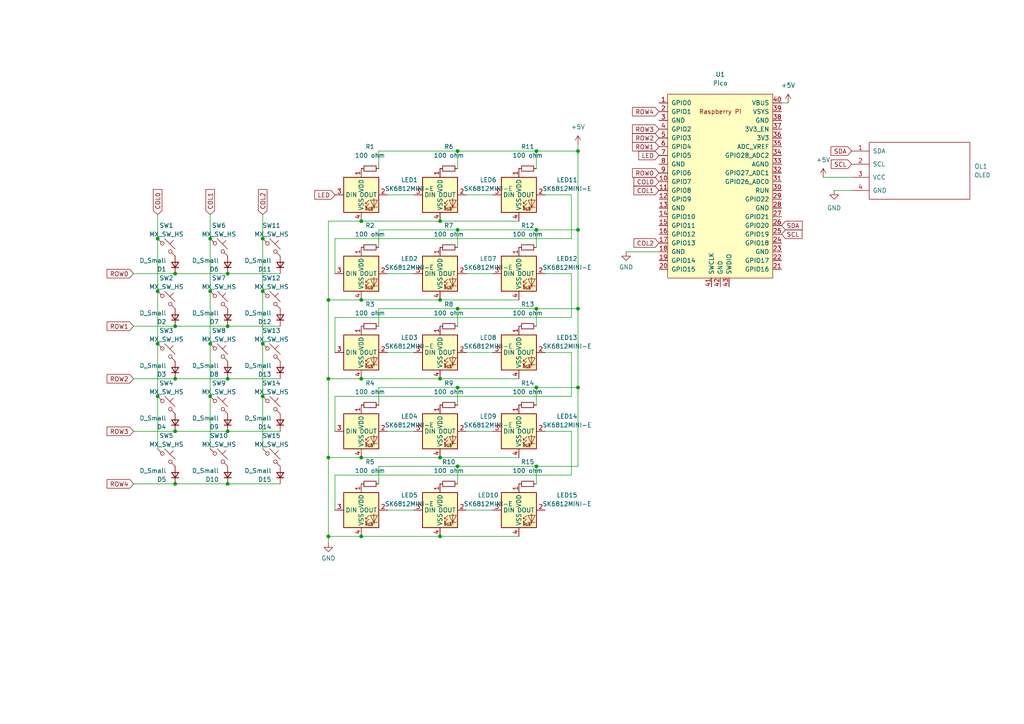
<source format=kicad_sch>
(kicad_sch (version 20211123) (generator eeschema)
  (paper "A4")
  (lib_symbols
    (symbol "Device:D_Small" (pin_numbers hide) (pin_names (offset 0.254) hide)
      (property "Reference" "D" (at -1.27 2.032 0))
      (property "Value" "D_Small" (at -3.81 -2.032 0))
      (symbol "D_Small_0_1"
        (polyline (pts (xy -0.762 -1.016) (xy -0.762 1.016)) (stroke (width 0.254)))
        (polyline (pts (xy -0.762 0) (xy 0.762 0)))
        (polyline (pts (xy 0.762 -1.016) (xy -0.762 0) (xy 0.762 1.016) (xy 0.762 -1.016)) (stroke (width 0.254)))
      )
      (symbol "D_Small_1_1"
        (pin passive line (at -2.54 0 0) (length 1.778) (name "K") (number "1"))
        (pin passive line (at 2.54 0 180) (length 1.778) (name "A") (number "2"))
      )
    )
    (symbol "Device:R_Small" (pin_numbers hide) (pin_names (offset 0.254) hide)
      (property "Reference" "R" (at 0.762 0.508 0))
      (property "Value" "R_Small" (at 0.762 -1.016 0))
      (symbol "R_Small_0_1"
        (rectangle (start -0.762 1.778) (end 0.762 -1.778) (stroke (width 0.2032)))
      )
      (symbol "R_Small_1_1"
        (pin passive line (at 0 2.54 270) (length 0.762) (name "~") (number "1"))
        (pin passive line (at 0 -2.54 90) (length 0.762) (name "~") (number "2"))
      )
    )
    (symbol "MCU_RaspberryPi_and_Boards:Pico" (pin_names (offset 1.016))
      (property "Reference" "U" (at -13.97 27.94 0))
      (property "Value" "Pico" (at 0 19.05 0))
      (symbol "Pico_0_0"
        (text "Raspberry Pi" (at 0 21.59 0) (effects (font (size 1.27 1.27))))
      )
      (symbol "Pico_0_1"
        (rectangle (start -15.24 26.67) (end 15.24 -26.67) (fill (type background)))
      )
      (symbol "Pico_1_1"
        (pin bidirectional line (at -17.78 24.13 0) (length 2.54) (name "GPIO0") (number "1"))
        (pin bidirectional line (at -17.78 1.27 0) (length 2.54) (name "GPIO7") (number "10"))
        (pin bidirectional line (at -17.78 -1.27 0) (length 2.54) (name "GPIO8") (number "11"))
        (pin bidirectional line (at -17.78 -3.81 0) (length 2.54) (name "GPIO9") (number "12"))
        (pin power_in line (at -17.78 -6.35 0) (length 2.54) (name "GND") (number "13"))
        (pin bidirectional line (at -17.78 -8.89 0) (length 2.54) (name "GPIO10") (number "14"))
        (pin bidirectional line (at -17.78 -11.43 0) (length 2.54) (name "GPIO11") (number "15"))
        (pin bidirectional line (at -17.78 -13.97 0) (length 2.54) (name "GPIO12") (number "16"))
        (pin bidirectional line (at -17.78 -16.51 0) (length 2.54) (name "GPIO13") (number "17"))
        (pin power_in line (at -17.78 -19.05 0) (length 2.54) (name "GND") (number "18"))
        (pin bidirectional line (at -17.78 -21.59 0) (length 2.54) (name "GPIO14") (number "19"))
        (pin bidirectional line (at -17.78 21.59 0) (length 2.54) (name "GPIO1") (number "2"))
        (pin bidirectional line (at -17.78 -24.13 0) (length 2.54) (name "GPIO15") (number "20"))
        (pin bidirectional line (at 17.78 -24.13 180) (length 2.54) (name "GPIO16") (number "21"))
        (pin bidirectional line (at 17.78 -21.59 180) (length 2.54) (name "GPIO17") (number "22"))
        (pin power_in line (at 17.78 -19.05 180) (length 2.54) (name "GND") (number "23"))
        (pin bidirectional line (at 17.78 -16.51 180) (length 2.54) (name "GPIO18") (number "24"))
        (pin bidirectional line (at 17.78 -13.97 180) (length 2.54) (name "GPIO19") (number "25"))
        (pin bidirectional line (at 17.78 -11.43 180) (length 2.54) (name "GPIO20") (number "26"))
        (pin bidirectional line (at 17.78 -8.89 180) (length 2.54) (name "GPIO21") (number "27"))
        (pin power_in line (at 17.78 -6.35 180) (length 2.54) (name "GND") (number "28"))
        (pin bidirectional line (at 17.78 -3.81 180) (length 2.54) (name "GPIO22") (number "29"))
        (pin power_in line (at -17.78 19.05 0) (length 2.54) (name "GND") (number "3"))
        (pin input line (at 17.78 -1.27 180) (length 2.54) (name "RUN") (number "30"))
        (pin bidirectional line (at 17.78 1.27 180) (length 2.54) (name "GPIO26_ADC0") (number "31"))
        (pin bidirectional line (at 17.78 3.81 180) (length 2.54) (name "GPIO27_ADC1") (number "32"))
        (pin power_in line (at 17.78 6.35 180) (length 2.54) (name "AGND") (number "33"))
        (pin bidirectional line (at 17.78 8.89 180) (length 2.54) (name "GPIO28_ADC2") (number "34"))
        (pin unspecified line (at 17.78 11.43 180) (length 2.54) (name "ADC_VREF") (number "35"))
        (pin unspecified line (at 17.78 13.97 180) (length 2.54) (name "3V3") (number "36"))
        (pin input line (at 17.78 16.51 180) (length 2.54) (name "3V3_EN") (number "37"))
        (pin bidirectional line (at 17.78 19.05 180) (length 2.54) (name "GND") (number "38"))
        (pin unspecified line (at 17.78 21.59 180) (length 2.54) (name "VSYS") (number "39"))
        (pin bidirectional line (at -17.78 16.51 0) (length 2.54) (name "GPIO2") (number "4"))
        (pin unspecified line (at 17.78 24.13 180) (length 2.54) (name "VBUS") (number "40"))
        (pin input line (at -2.54 -29.21 90) (length 2.54) (name "SWCLK") (number "41"))
        (pin power_in line (at 0 -29.21 90) (length 2.54) (name "GND") (number "42"))
        (pin bidirectional line (at 2.54 -29.21 90) (length 2.54) (name "SWDIO") (number "43"))
        (pin bidirectional line (at -17.78 13.97 0) (length 2.54) (name "GPIO3") (number "5"))
        (pin bidirectional line (at -17.78 11.43 0) (length 2.54) (name "GPIO4") (number "6"))
        (pin bidirectional line (at -17.78 8.89 0) (length 2.54) (name "GPIO5") (number "7"))
        (pin power_in line (at -17.78 6.35 0) (length 2.54) (name "GND") (number "8"))
        (pin bidirectional line (at -17.78 3.81 0) (length 2.54) (name "GPIO6") (number "9"))
      )
    )
    (symbol "kbd:OLED" (pin_names (offset 1.016))
      (property "Reference" "OL" (at 0 2.54 0))
      (property "Value" "OLED" (at 0 -1.27 0))
      (symbol "OLED_0_1"
        (rectangle (start -13.97 8.89) (end 15.24 -7.62))
      )
      (symbol "OLED_1_1"
        (pin bidirectional line (at -19.05 6.35 0) (length 5.08) (name "SDA") (number "1"))
        (pin bidirectional line (at -19.05 2.54 0) (length 5.08) (name "SCL") (number "2"))
        (pin power_in line (at -19.05 -1.27 0) (length 5.08) (name "VCC") (number "3"))
        (pin power_in line (at -19.05 -5.08 0) (length 5.08) (name "GND") (number "4"))
      )
    )
    (symbol "marbastlib-mx:MX_SW_HS" (pin_numbers hide) (pin_names (offset 1.016) hide)
      (property "Reference" "SW" (at 3.048 1.016 0))
      (property "Value" "MX_SW_HS" (at 0 -3.81 0))
      (symbol "MX_SW_HS_0_1"
        (circle (center -1.1684 1.1684) (radius 0.508))
        (polyline (pts (xy -0.508 2.54) (xy 2.54 -0.508)))
        (polyline (pts (xy 1.016 1.016) (xy 2.032 2.032)))
        (polyline (pts (xy -2.54 2.54) (xy -1.524 1.524) (xy -1.524 1.524)))
        (polyline (pts (xy 1.524 -1.524) (xy 2.54 -2.54) (xy 2.54 -2.54) (xy 2.54 -2.54)))
        (circle (center 1.143 -1.1938) (radius 0.508))
        (pin passive line (at -2.54 2.54 0) (length 0) (name "1") (number "1"))
        (pin passive line (at 2.54 -2.54 180) (length 0) (name "2") (number "2"))
      )
    )
    (symbol "marbastlib-various:SK6812MINI-E"
      (property "Reference" "LED" (at 2.54 -6.35 0))
      (property "Value" "SK6812MINI-E" (at 7.62 6.35 0))
      (symbol "SK6812MINI-E_0_0"
        (text "RGB" (at 2.286 -4.191 0) (effects (font (size 0.762 0.762))))
      )
      (symbol "SK6812MINI-E_0_1"
        (polyline (pts (xy 1.27 -3.556) (xy 1.778 -3.556)))
        (polyline (pts (xy 1.27 -2.54) (xy 1.778 -2.54)))
        (polyline (pts (xy 4.699 -3.556) (xy 2.667 -3.556)))
        (polyline (pts (xy 2.286 -2.54) (xy 1.27 -3.556) (xy 1.27 -3.048)))
        (polyline (pts (xy 2.286 -1.524) (xy 1.27 -2.54) (xy 1.27 -2.032)))
        (polyline (pts (xy 3.683 -1.016) (xy 3.683 -3.556) (xy 3.683 -4.064)))
        (polyline (pts (xy 4.699 -1.524) (xy 2.667 -1.524) (xy 3.683 -3.556) (xy 4.699 -1.524)))
        (rectangle (start 5.08 5.08) (end -5.08 -5.08) (stroke (width 0.254)) (fill (type background)))
      )
      (symbol "SK6812MINI-E_1_1"
        (pin power_in line (at 0 7.62 270) (length 2.54) (name "VDD") (number "1"))
        (pin output line (at 7.62 0 180) (length 2.54) (name "DOUT") (number "2"))
        (pin input line (at -7.62 0 0) (length 2.54) (name "DIN") (number "3"))
        (pin power_in line (at 0 -7.62 90) (length 2.54) (name "VSS") (number "4"))
      )
    )
    (symbol "power:+5V" (power) (pin_names (offset 0))
      (property "Value" "+5V" (at 0 3.556 0))
      (symbol "+5V_0_1"
        (polyline (pts (xy -0.762 1.27) (xy 0 2.54)))
        (polyline (pts (xy 0 0) (xy 0 2.54)))
        (polyline (pts (xy 0 2.54) (xy 0.762 1.27)))
      )
      (symbol "+5V_1_1"
        (pin power_in line (at 0 0 90) (length 0) hide (name "+5V") (number "1"))
      )
    )
    (symbol "power:GND" (power) (pin_names (offset 0))
      (property "Value" "GND" (at 0 -3.81 0))
      (symbol "GND_0_1"
        (polyline (pts (xy 0 0) (xy 0 -1.27) (xy 1.27 -1.27) (xy 0 -2.54) (xy -1.27 -1.27) (xy 0 -1.27)))
      )
      (symbol "GND_1_1"
        (pin power_in line (at 0 0 270) (length 0) hide (name "GND") (number "1"))
      )
    )
  )
  (junction (at 60.96 99.695))
  (junction (at 50.8 79.375))
  (junction (at 60.96 84.455))
  (junction (at 45.72 114.935))
  (junction (at 76.2 69.215))
  (junction (at 66.04 94.615))
  (junction (at 132.715 43.815))
  (junction (at 167.64 66.675))
  (junction (at 132.715 66.675))
  (junction (at 66.04 125.095))
  (junction (at 95.25 109.855))
  (junction (at 45.72 69.215))
  (junction (at 76.2 99.695))
  (junction (at 155.575 112.395))
  (junction (at 95.25 155.575))
  (junction (at 95.25 86.995))
  (junction (at 45.72 99.695))
  (junction (at 155.575 135.255))
  (junction (at 76.2 114.935))
  (junction (at 66.04 140.335))
  (junction (at 104.775 155.575))
  (junction (at 155.575 66.675))
  (junction (at 50.8 125.095))
  (junction (at 50.8 94.615))
  (junction (at 167.64 89.535))
  (junction (at 95.25 132.715))
  (junction (at 167.64 43.815))
  (junction (at 104.775 86.995))
  (junction (at 66.04 109.855))
  (junction (at 66.04 79.375))
  (junction (at 60.96 69.215))
  (junction (at 132.715 112.395))
  (junction (at 50.8 109.855))
  (junction (at 76.2 84.455))
  (junction (at 104.775 64.135))
  (junction (at 127.635 109.855))
  (junction (at 104.775 132.715))
  (junction (at 60.96 114.935))
  (junction (at 155.575 89.535))
  (junction (at 132.715 135.255))
  (junction (at 127.635 86.995))
  (junction (at 104.775 109.855))
  (junction (at 127.635 64.135))
  (junction (at 127.635 132.715))
  (junction (at 167.64 112.395))
  (junction (at 45.72 84.455))
  (junction (at 155.575 43.815))
  (junction (at 132.715 89.535))
  (junction (at 50.8 140.335))
  (junction (at 127.635 155.575))
  (wire (pts (xy 135.255 102.235) (xy 142.875 102.235)))
  (wire (pts (xy 97.155 69.215) (xy 97.155 79.375)))
  (wire (pts (xy 109.855 135.255) (xy 109.855 140.335)))
  (wire (pts (xy 76.2 62.23) (xy 76.2 69.215)))
  (wire (pts (xy 155.575 135.255) (xy 132.715 135.255)))
  (wire (pts (xy 45.72 84.455) (xy 45.72 99.695)))
  (wire (pts (xy 60.96 99.695) (xy 60.96 114.935)))
  (wire (pts (xy 165.735 92.075) (xy 97.155 92.075)))
  (wire (pts (xy 112.395 125.095) (xy 120.015 125.095)))
  (wire (pts (xy 150.495 132.715) (xy 127.635 132.715)))
  (wire (pts (xy 97.155 137.795) (xy 165.735 137.795)))
  (wire (pts (xy 95.25 132.715) (xy 95.25 155.575)))
  (wire (pts (xy 181.61 73.025) (xy 191.135 73.025)))
  (wire (pts (xy 165.735 125.095) (xy 165.735 137.795)))
  (wire (pts (xy 155.575 112.395) (xy 155.575 117.475)))
  (wire (pts (xy 165.735 69.215) (xy 97.155 69.215)))
  (wire (pts (xy 127.635 132.715) (xy 104.775 132.715)))
  (wire (pts (xy 38.735 79.375) (xy 50.8 79.375)))
  (wire (pts (xy 132.715 135.255) (xy 109.855 135.255)))
  (wire (pts (xy 155.575 89.535) (xy 155.575 94.615)))
  (wire (pts (xy 155.575 66.675) (xy 155.575 71.755)))
  (wire (pts (xy 132.715 112.395) (xy 132.715 117.475)))
  (wire (pts (xy 109.855 66.675) (xy 109.855 71.755)))
  (wire (pts (xy 45.72 99.695) (xy 45.72 114.935)))
  (wire (pts (xy 155.575 66.675) (xy 167.64 66.675)))
  (wire (pts (xy 238.76 51.435) (xy 247.015 51.435)))
  (wire (pts (xy 127.635 109.855) (xy 150.495 109.855)))
  (wire (pts (xy 167.64 41.91) (xy 167.64 43.815)))
  (wire (pts (xy 60.96 69.215) (xy 60.96 84.455)))
  (wire (pts (xy 60.96 84.455) (xy 60.96 99.695)))
  (wire (pts (xy 155.575 43.815) (xy 167.64 43.815)))
  (wire (pts (xy 66.04 125.095) (xy 81.28 125.095)))
  (wire (pts (xy 127.635 64.135) (xy 150.495 64.135)))
  (wire (pts (xy 66.04 109.855) (xy 81.28 109.855)))
  (wire (pts (xy 109.855 112.395) (xy 132.715 112.395)))
  (wire (pts (xy 104.775 64.135) (xy 127.635 64.135)))
  (wire (pts (xy 158.115 125.095) (xy 165.735 125.095)))
  (wire (pts (xy 167.64 89.535) (xy 167.64 112.395)))
  (wire (pts (xy 132.715 135.255) (xy 132.715 140.335)))
  (wire (pts (xy 155.575 135.255) (xy 155.575 140.335)))
  (wire (pts (xy 135.255 147.955) (xy 142.875 147.955)))
  (wire (pts (xy 109.855 43.815) (xy 132.715 43.815)))
  (wire (pts (xy 165.735 79.375) (xy 165.735 92.075)))
  (wire (pts (xy 76.2 99.695) (xy 76.2 114.935)))
  (wire (pts (xy 104.775 155.575) (xy 127.635 155.575)))
  (wire (pts (xy 167.64 112.395) (xy 167.64 135.255)))
  (wire (pts (xy 109.855 43.815) (xy 109.855 48.895)))
  (wire (pts (xy 109.855 112.395) (xy 109.855 117.475)))
  (wire (pts (xy 158.115 102.235) (xy 165.735 102.235)))
  (wire (pts (xy 76.2 114.935) (xy 76.2 130.175)))
  (wire (pts (xy 60.96 114.935) (xy 60.96 130.175)))
  (wire (pts (xy 132.715 43.815) (xy 132.715 48.895)))
  (wire (pts (xy 95.25 109.855) (xy 95.25 132.715)))
  (wire (pts (xy 165.735 102.235) (xy 165.735 114.935)))
  (wire (pts (xy 97.155 125.095) (xy 97.155 114.935)))
  (wire (pts (xy 132.715 66.675) (xy 132.715 71.755)))
  (wire (pts (xy 158.115 79.375) (xy 165.735 79.375)))
  (wire (pts (xy 155.575 43.815) (xy 155.575 48.895)))
  (wire (pts (xy 38.735 140.335) (xy 50.8 140.335)))
  (wire (pts (xy 155.575 112.395) (xy 167.64 112.395)))
  (wire (pts (xy 112.395 102.235) (xy 120.015 102.235)))
  (wire (pts (xy 104.775 86.995) (xy 127.635 86.995)))
  (wire (pts (xy 60.96 62.23) (xy 60.96 69.215)))
  (wire (pts (xy 45.72 69.215) (xy 45.72 84.455)))
  (wire (pts (xy 109.855 66.675) (xy 132.715 66.675)))
  (wire (pts (xy 127.635 86.995) (xy 150.495 86.995)))
  (wire (pts (xy 95.25 109.855) (xy 104.775 109.855)))
  (wire (pts (xy 167.64 43.815) (xy 167.64 66.675)))
  (wire (pts (xy 132.715 43.815) (xy 155.575 43.815)))
  (wire (pts (xy 38.735 109.855) (xy 50.8 109.855)))
  (wire (pts (xy 132.715 112.395) (xy 155.575 112.395)))
  (wire (pts (xy 50.8 140.335) (xy 66.04 140.335)))
  (wire (pts (xy 132.715 66.675) (xy 155.575 66.675)))
  (wire (pts (xy 135.255 79.375) (xy 142.875 79.375)))
  (wire (pts (xy 109.855 89.535) (xy 109.855 94.615)))
  (wire (pts (xy 50.8 109.855) (xy 66.04 109.855)))
  (wire (pts (xy 112.395 79.375) (xy 120.015 79.375)))
  (wire (pts (xy 127.635 155.575) (xy 150.495 155.575)))
  (wire (pts (xy 165.735 56.515) (xy 165.735 69.215)))
  (wire (pts (xy 66.04 140.335) (xy 81.28 140.335)))
  (wire (pts (xy 112.395 56.515) (xy 120.015 56.515)))
  (wire (pts (xy 66.04 94.615) (xy 81.28 94.615)))
  (wire (pts (xy 132.715 89.535) (xy 132.715 94.615)))
  (wire (pts (xy 226.695 29.845) (xy 228.6 29.845)))
  (wire (pts (xy 45.72 114.935) (xy 45.72 130.175)))
  (wire (pts (xy 38.735 94.615) (xy 50.8 94.615)))
  (wire (pts (xy 95.25 155.575) (xy 104.775 155.575)))
  (wire (pts (xy 112.395 147.955) (xy 120.015 147.955)))
  (wire (pts (xy 50.8 125.095) (xy 66.04 125.095)))
  (wire (pts (xy 95.25 86.995) (xy 95.25 64.135)))
  (wire (pts (xy 167.64 135.255) (xy 155.575 135.255)))
  (wire (pts (xy 155.575 89.535) (xy 167.64 89.535)))
  (wire (pts (xy 50.8 94.615) (xy 66.04 94.615)))
  (wire (pts (xy 76.2 69.215) (xy 76.2 84.455)))
  (wire (pts (xy 135.255 125.095) (xy 142.875 125.095)))
  (wire (pts (xy 97.155 114.935) (xy 165.735 114.935)))
  (wire (pts (xy 76.2 84.455) (xy 76.2 99.695)))
  (wire (pts (xy 95.25 64.135) (xy 104.775 64.135)))
  (wire (pts (xy 158.115 56.515) (xy 165.735 56.515)))
  (wire (pts (xy 50.8 79.375) (xy 66.04 79.375)))
  (wire (pts (xy 167.64 66.675) (xy 167.64 89.535)))
  (wire (pts (xy 104.775 109.855) (xy 127.635 109.855)))
  (wire (pts (xy 132.715 89.535) (xy 109.855 89.535)))
  (wire (pts (xy 45.72 62.23) (xy 45.72 69.215)))
  (wire (pts (xy 104.775 132.715) (xy 95.25 132.715)))
  (wire (pts (xy 155.575 89.535) (xy 132.715 89.535)))
  (wire (pts (xy 95.25 86.995) (xy 104.775 86.995)))
  (wire (pts (xy 241.935 55.245) (xy 247.015 55.245)))
  (wire (pts (xy 95.25 155.575) (xy 95.25 157.48)))
  (wire (pts (xy 66.04 79.375) (xy 81.28 79.375)))
  (wire (pts (xy 97.155 92.075) (xy 97.155 102.235)))
  (wire (pts (xy 135.255 56.515) (xy 142.875 56.515)))
  (wire (pts (xy 97.155 147.955) (xy 97.155 137.795)))
  (wire (pts (xy 95.25 109.855) (xy 95.25 86.995)))
  (wire (pts (xy 38.735 125.095) (xy 50.8 125.095)))
  (global_label "ROW1" (shape input) (at 38.735 94.615 180) (property "Intersheet References" "${INTERSHEET_REFS}" (effects hide)))
  (global_label "ROW4" (shape input) (at 191.135 32.385 180) (property "Intersheet References" "${INTERSHEET_REFS}" (effects hide)))
  (global_label "COL1" (shape input) (at 191.135 55.245 180) (property "Intersheet References" "${INTERSHEET_REFS}" (effects hide)))
  (global_label "ROW0" (shape input) (at 38.735 79.375 180) (property "Intersheet References" "${INTERSHEET_REFS}" (effects hide)))
  (global_label "COL1" (shape input) (at 60.96 62.23 90) (property "Intersheet References" "${INTERSHEET_REFS}" (effects hide)))
  (global_label "LED" (shape input) (at 97.155 56.515 180) (property "Intersheet References" "${INTERSHEET_REFS}" (effects hide)))
  (global_label "SCL" (shape input) (at 226.695 67.945 0) (property "Intersheet References" "${INTERSHEET_REFS}" (effects hide)))
  (global_label "SDA" (shape input) (at 226.695 65.405 0) (property "Intersheet References" "${INTERSHEET_REFS}" (effects hide)))
  (global_label "ROW3" (shape input) (at 191.135 37.465 180) (property "Intersheet References" "${INTERSHEET_REFS}" (effects hide)))
  (global_label "COL2" (shape input) (at 191.135 70.485 180) (property "Intersheet References" "${INTERSHEET_REFS}" (effects hide)))
  (global_label "SCL" (shape input) (at 247.015 47.625 180) (property "Intersheet References" "${INTERSHEET_REFS}" (effects hide)))
  (global_label "COL0" (shape input) (at 45.72 62.23 90) (property "Intersheet References" "${INTERSHEET_REFS}" (effects hide)))
  (global_label "SDA" (shape input) (at 247.015 43.815 180) (property "Intersheet References" "${INTERSHEET_REFS}" (effects hide)))
  (global_label "ROW4" (shape input) (at 38.735 140.335 180) (property "Intersheet References" "${INTERSHEET_REFS}" (effects hide)))
  (global_label "ROW2" (shape input) (at 191.135 40.005 180) (property "Intersheet References" "${INTERSHEET_REFS}" (effects hide)))
  (global_label "ROW2" (shape input) (at 38.735 109.855 180) (property "Intersheet References" "${INTERSHEET_REFS}" (effects hide)))
  (global_label "LED" (shape input) (at 191.135 45.085 180) (property "Intersheet References" "${INTERSHEET_REFS}" (effects hide)))
  (global_label "COL2" (shape input) (at 76.2 62.23 90) (property "Intersheet References" "${INTERSHEET_REFS}" (effects hide)))
  (global_label "ROW0" (shape input) (at 191.135 50.165 180) (property "Intersheet References" "${INTERSHEET_REFS}" (effects hide)))
  (global_label "ROW1" (shape input) (at 191.135 42.545 180) (property "Intersheet References" "${INTERSHEET_REFS}" (effects hide)))
  (global_label "ROW3" (shape input) (at 38.735 125.095 180) (property "Intersheet References" "${INTERSHEET_REFS}" (effects hide)))
  (global_label "COL0" (shape input) (at 191.135 52.705 180) (property "Intersheet References" "${INTERSHEET_REFS}" (effects hide)))
  (symbol (lib_id "marbastlib-mx:MX_SW_HS") (at 78.74 102.235 0) (unit 1)
    (property "Reference" "SW13" (at 78.74 95.885 0))
    (property "Value" "MX_SW_HS" (at 78.74 98.425 0))
    (property "Footprint" "marbastlib-mx:SW_MX_HS_1u" (effects hide))
  )
  (symbol (lib_id "marbastlib-various:SK6812MINI-E") (at 127.635 125.095 0) (unit 1)
    (property "Reference" "LED9" (at 141.605 120.7643 0))
    (property "Value" "SK6812MINI-E" (at 141.605 123.3043 0))
    (property "Footprint" "marbastlib-various:LED_6028R" (effects hide))
  )
  (symbol (lib_id "marbastlib-mx:MX_SW_HS") (at 63.5 86.995 0) (unit 1)
    (property "Reference" "SW7" (at 63.5 80.645 0))
    (property "Value" "MX_SW_HS" (at 63.5 83.185 0))
    (property "Footprint" "marbastlib-mx:SW_MX_HS_1u" (effects hide))
  )
  (symbol (lib_id "marbastlib-various:SK6812MINI-E") (at 127.635 79.375 0) (unit 1)
    (property "Reference" "LED7" (at 141.605 75.0443 0))
    (property "Value" "SK6812MINI-E" (at 141.605 77.5843 0))
    (property "Footprint" "marbastlib-various:LED_6028R" (effects hide))
  )
  (symbol (lib_id "Device:D_Small") (at 66.04 92.075 90) (unit 1)
    (property "Reference" "D7" (at 63.5 93.3451 90) (effects (justify left)))
    (property "Value" "D_Small" (at 63.5 90.8051 90) (effects (justify left)))
    (property "Footprint" "Diode_SMD:D_SOD-123" (effects hide))
  )
  (symbol (lib_id "marbastlib-mx:MX_SW_HS") (at 63.5 132.715 0) (unit 1)
    (property "Reference" "SW10" (at 63.5 126.365 0))
    (property "Value" "MX_SW_HS" (at 63.5 128.905 0))
    (property "Footprint" "marbastlib-mx:SW_MX_HS_1u" (effects hide))
  )
  (symbol (lib_id "Device:D_Small") (at 81.28 76.835 90) (unit 1)
    (property "Reference" "D11" (at 78.74 78.1051 90) (effects (justify left)))
    (property "Value" "D_Small" (at 78.74 75.5651 90) (effects (justify left)))
    (property "Footprint" "Diode_SMD:D_SOD-123" (effects hide))
  )
  (symbol (lib_id "marbastlib-mx:MX_SW_HS") (at 78.74 132.715 0) (unit 1)
    (property "Reference" "SW15" (at 78.74 126.365 0))
    (property "Value" "MX_SW_HS" (at 78.74 128.905 0))
    (property "Footprint" "marbastlib-mx:SW_MX_HS_1u" (effects hide))
  )
  (symbol (lib_id "marbastlib-various:SK6812MINI-E") (at 150.495 79.375 0) (unit 1)
    (property "Reference" "LED12" (at 164.465 75.0443 0))
    (property "Value" "SK6812MINI-E" (at 164.465 77.5843 0))
    (property "Footprint" "marbastlib-various:LED_6028R" (effects hide))
  )
  (symbol (lib_id "Device:R_Small") (at 107.315 71.755 90) (unit 1)
    (property "Reference" "R2" (at 107.315 65.405 90))
    (property "Value" "100 ohm" (at 107.315 67.945 90))
    (property "Footprint" "Resistor_SMD:R_0805_2012Metric" (effects hide))
  )
  (symbol (lib_id "power:GND") (at 241.935 55.245 0) (unit 1)
    (property "Reference" "#PWR04" (effects hide))
    (property "Value" "GND" (at 241.935 60.325 0))
  )
  (symbol (lib_id "power:+5V") (at 238.76 51.435 0) (unit 1)
    (property "Reference" "#PWR03" (effects hide))
    (property "Value" "+5V" (at 238.76 46.355 0))
  )
  (symbol (lib_id "power:GND") (at 95.25 157.48 0) (unit 1)
    (property "Reference" "#PWR01" (effects hide))
    (property "Value" "GND" (at 95.25 161.925 0))
  )
  (symbol (lib_id "MCU_RaspberryPi_and_Boards:Pico") (at 208.915 53.975 0) (unit 1)
    (property "Reference" "U1" (at 208.915 21.59 0))
    (property "Value" "Pico" (at 208.915 24.13 0))
    (property "Footprint" "MCU_RaspberryPi_and_Boards:RPi_Pico_SMD_TH" (effects hide))
  )
  (symbol (lib_id "marbastlib-various:SK6812MINI-E") (at 127.635 102.235 0) (unit 1)
    (property "Reference" "LED8" (at 141.605 97.9043 0))
    (property "Value" "SK6812MINI-E" (at 141.605 100.4443 0))
    (property "Footprint" "marbastlib-various:LED_6028R" (effects hide))
  )
  (symbol (lib_id "Device:D_Small") (at 81.28 137.795 90) (unit 1)
    (property "Reference" "D15" (at 78.74 139.0651 90) (effects (justify left)))
    (property "Value" "D_Small" (at 78.74 136.5251 90) (effects (justify left)))
    (property "Footprint" "Diode_SMD:D_SOD-123" (effects hide))
  )
  (symbol (lib_id "marbastlib-various:SK6812MINI-E") (at 104.775 147.955 0) (unit 1)
    (property "Reference" "LED5" (at 118.745 143.6243 0))
    (property "Value" "SK6812MINI-E" (at 118.745 146.1643 0))
    (property "Footprint" "marbastlib-various:LED_6028R" (effects hide))
  )
  (symbol (lib_id "Device:D_Small") (at 50.8 107.315 90) (unit 1)
    (property "Reference" "D3" (at 48.26 108.5851 90) (effects (justify left)))
    (property "Value" "D_Small" (at 48.26 106.0451 90) (effects (justify left)))
    (property "Footprint" "Diode_SMD:D_SOD-123" (effects hide))
  )
  (symbol (lib_id "Device:D_Small") (at 50.8 76.835 90) (unit 1)
    (property "Reference" "D1" (at 48.26 78.1051 90) (effects (justify left)))
    (property "Value" "D_Small" (at 48.26 75.5651 90) (effects (justify left)))
    (property "Footprint" "Diode_SMD:D_SOD-123" (effects hide))
  )
  (symbol (lib_id "Device:R_Small") (at 130.175 48.895 90) (unit 1)
    (property "Reference" "R6" (at 130.175 42.545 90))
    (property "Value" "100 ohm" (at 130.175 45.085 90))
    (property "Footprint" "Resistor_SMD:R_0805_2012Metric" (effects hide))
  )
  (symbol (lib_id "marbastlib-mx:MX_SW_HS") (at 48.26 132.715 0) (unit 1)
    (property "Reference" "SW5" (at 48.26 126.365 0))
    (property "Value" "MX_SW_HS" (at 48.26 128.905 0))
    (property "Footprint" "marbastlib-mx:SW_MX_HS_1u" (effects hide))
  )
  (symbol (lib_id "marbastlib-mx:MX_SW_HS") (at 63.5 102.235 0) (unit 1)
    (property "Reference" "SW8" (at 63.5 95.885 0))
    (property "Value" "MX_SW_HS" (at 63.5 98.425 0))
    (property "Footprint" "marbastlib-mx:SW_MX_HS_1u" (effects hide))
  )
  (symbol (lib_id "Device:R_Small") (at 130.175 117.475 90) (unit 1)
    (property "Reference" "R9" (at 130.175 111.125 90))
    (property "Value" "100 ohm" (at 130.175 113.665 90))
    (property "Footprint" "Resistor_SMD:R_0805_2012Metric" (effects hide))
  )
  (symbol (lib_id "Device:R_Small") (at 107.315 140.335 90) (unit 1)
    (property "Reference" "R5" (at 107.315 133.985 90))
    (property "Value" "100 ohm" (at 107.315 136.525 90))
    (property "Footprint" "Resistor_SMD:R_0805_2012Metric" (effects hide))
  )
  (symbol (lib_id "marbastlib-various:SK6812MINI-E") (at 127.635 147.955 0) (unit 1)
    (property "Reference" "LED10" (at 141.605 143.6243 0))
    (property "Value" "SK6812MINI-E" (at 141.605 146.1643 0))
    (property "Footprint" "marbastlib-various:LED_6028R" (effects hide))
  )
  (symbol (lib_id "marbastlib-various:SK6812MINI-E") (at 150.495 102.235 0) (unit 1)
    (property "Reference" "LED13" (at 164.465 97.9043 0))
    (property "Value" "SK6812MINI-E" (at 164.465 100.4443 0))
    (property "Footprint" "marbastlib-various:LED_6028R" (effects hide))
  )
  (symbol (lib_id "Device:R_Small") (at 107.315 48.895 90) (unit 1)
    (property "Reference" "R1" (at 107.315 42.545 90))
    (property "Value" "100 ohm" (at 107.315 45.085 90))
    (property "Footprint" "Resistor_SMD:R_0805_2012Metric" (effects hide))
  )
  (symbol (lib_id "Device:R_Small") (at 153.035 71.755 90) (unit 1)
    (property "Reference" "R12" (at 153.035 65.405 90))
    (property "Value" "100 ohm" (at 153.035 67.945 90))
    (property "Footprint" "Resistor_SMD:R_0805_2012Metric" (effects hide))
  )
  (symbol (lib_id "Device:R_Small") (at 153.035 140.335 90) (unit 1)
    (property "Reference" "R15" (at 153.035 133.985 90))
    (property "Value" "100 ohm" (at 153.035 136.525 90))
    (property "Footprint" "Resistor_SMD:R_0805_2012Metric" (effects hide))
  )
  (symbol (lib_id "marbastlib-mx:MX_SW_HS") (at 78.74 71.755 0) (unit 1)
    (property "Reference" "SW11" (at 78.74 65.405 0))
    (property "Value" "MX_SW_HS" (at 78.74 67.945 0))
    (property "Footprint" "marbastlib-mx:SW_MX_HS_1u" (effects hide))
  )
  (symbol (lib_id "marbastlib-various:SK6812MINI-E") (at 104.775 125.095 0) (unit 1)
    (property "Reference" "LED4" (at 118.745 120.7643 0))
    (property "Value" "SK6812MINI-E" (at 118.745 123.3043 0))
    (property "Footprint" "marbastlib-various:LED_6028R" (effects hide))
  )
  (symbol (lib_id "Device:D_Small") (at 81.28 92.075 90) (unit 1)
    (property "Reference" "D12" (at 78.74 93.3451 90) (effects (justify left)))
    (property "Value" "D_Small" (at 78.74 90.8051 90) (effects (justify left)))
    (property "Footprint" "Diode_SMD:D_SOD-123" (effects hide))
  )
  (symbol (lib_id "Device:R_Small") (at 130.175 140.335 90) (unit 1)
    (property "Reference" "R10" (at 130.175 133.985 90))
    (property "Value" "100 ohm" (at 130.175 136.525 90))
    (property "Footprint" "Resistor_SMD:R_0805_2012Metric" (effects hide))
  )
  (symbol (lib_id "power:GND") (at 181.61 73.025 0) (unit 1)
    (property "Reference" "#PWR0101" (effects hide))
    (property "Value" "GND" (at 181.61 77.47 0))
  )
  (symbol (lib_id "Device:D_Small") (at 66.04 76.835 90) (unit 1)
    (property "Reference" "D6" (at 63.5 78.1051 90) (effects (justify left)))
    (property "Value" "D_Small" (at 63.5 75.5651 90) (effects (justify left)))
    (property "Footprint" "Diode_SMD:D_SOD-123" (effects hide))
  )
  (symbol (lib_id "Device:D_Small") (at 50.8 92.075 90) (unit 1)
    (property "Reference" "D2" (at 48.26 93.3451 90) (effects (justify left)))
    (property "Value" "D_Small" (at 48.26 90.8051 90) (effects (justify left)))
    (property "Footprint" "Diode_SMD:D_SOD-123" (effects hide))
  )
  (symbol (lib_id "marbastlib-various:SK6812MINI-E") (at 150.495 56.515 0) (unit 1)
    (property "Reference" "LED11" (at 164.465 52.1843 0))
    (property "Value" "SK6812MINI-E" (at 164.465 54.7243 0))
    (property "Footprint" "marbastlib-various:LED_6028R" (effects hide))
  )
  (symbol (lib_id "marbastlib-mx:MX_SW_HS") (at 78.74 86.995 0) (unit 1)
    (property "Reference" "SW12" (at 78.74 80.645 0))
    (property "Value" "MX_SW_HS" (at 78.74 83.185 0))
    (property "Footprint" "marbastlib-mx:SW_MX_HS_1u" (effects hide))
  )
  (symbol (lib_id "Device:D_Small") (at 50.8 122.555 90) (unit 1)
    (property "Reference" "D4" (at 48.26 123.8251 90) (effects (justify left)))
    (property "Value" "D_Small" (at 48.26 121.2851 90) (effects (justify left)))
    (property "Footprint" "Diode_SMD:D_SOD-123" (effects hide))
  )
  (symbol (lib_id "marbastlib-mx:MX_SW_HS") (at 63.5 117.475 0) (unit 1)
    (property "Reference" "SW9" (at 63.5 111.125 0))
    (property "Value" "MX_SW_HS" (at 63.5 113.665 0))
    (property "Footprint" "marbastlib-mx:SW_MX_HS_1u" (effects hide))
  )
  (symbol (lib_id "Device:R_Small") (at 130.175 71.755 90) (unit 1)
    (property "Reference" "R7" (at 130.175 65.405 90))
    (property "Value" "100 ohm" (at 130.175 67.945 90))
    (property "Footprint" "Resistor_SMD:R_0805_2012Metric" (effects hide))
  )
  (symbol (lib_id "marbastlib-mx:MX_SW_HS") (at 48.26 117.475 0) (unit 1)
    (property "Reference" "SW4" (at 48.26 111.125 0))
    (property "Value" "MX_SW_HS" (at 48.26 113.665 0))
    (property "Footprint" "marbastlib-mx:SW_MX_HS_1u" (effects hide))
  )
  (symbol (lib_id "Device:R_Small") (at 153.035 94.615 90) (unit 1)
    (property "Reference" "R13" (at 153.035 88.265 90))
    (property "Value" "100 ohm" (at 153.035 90.805 90))
    (property "Footprint" "Resistor_SMD:R_0805_2012Metric" (effects hide))
  )
  (symbol (lib_id "Device:R_Small") (at 107.315 94.615 90) (unit 1)
    (property "Reference" "R3" (at 107.315 88.265 90))
    (property "Value" "100 ohm" (at 107.315 90.805 90))
    (property "Footprint" "Resistor_SMD:R_0805_2012Metric" (effects hide))
  )
  (symbol (lib_id "Device:D_Small") (at 66.04 137.795 90) (unit 1)
    (property "Reference" "D10" (at 63.5 139.0651 90) (effects (justify left)))
    (property "Value" "D_Small" (at 63.5 136.5251 90) (effects (justify left)))
    (property "Footprint" "Diode_SMD:D_SOD-123" (effects hide))
  )
  (symbol (lib_id "marbastlib-various:SK6812MINI-E") (at 150.495 147.955 0) (unit 1)
    (property "Reference" "LED15" (at 164.465 143.6243 0))
    (property "Value" "SK6812MINI-E" (at 164.465 146.1643 0))
    (property "Footprint" "marbastlib-various:LED_6028R" (effects hide))
  )
  (symbol (lib_id "Device:D_Small") (at 66.04 107.315 90) (unit 1)
    (property "Reference" "D8" (at 63.5 108.5851 90) (effects (justify left)))
    (property "Value" "D_Small" (at 63.5 106.0451 90) (effects (justify left)))
    (property "Footprint" "Diode_SMD:D_SOD-123" (effects hide))
  )
  (symbol (lib_id "marbastlib-mx:MX_SW_HS") (at 48.26 86.995 0) (unit 1)
    (property "Reference" "SW2" (at 48.26 80.645 0))
    (property "Value" "MX_SW_HS" (at 48.26 83.185 0))
    (property "Footprint" "marbastlib-mx:SW_MX_HS_1u" (effects hide))
  )
  (symbol (lib_id "power:+5V") (at 228.6 29.845 0) (unit 1)
    (property "Reference" "#PWR05" (effects hide))
    (property "Value" "+5V" (at 228.6 24.765 0))
  )
  (symbol (lib_id "Device:R_Small") (at 130.175 94.615 90) (unit 1)
    (property "Reference" "R8" (at 130.175 88.265 90))
    (property "Value" "100 ohm" (at 130.175 90.805 90))
    (property "Footprint" "Resistor_SMD:R_0805_2012Metric" (effects hide))
  )
  (symbol (lib_id "marbastlib-mx:MX_SW_HS") (at 48.26 71.755 0) (unit 1)
    (property "Reference" "SW1" (at 48.26 65.405 0))
    (property "Value" "MX_SW_HS" (at 48.26 67.945 0))
    (property "Footprint" "marbastlib-mx:SW_MX_HS_1u" (effects hide))
  )
  (symbol (lib_id "Device:D_Small") (at 81.28 122.555 90) (unit 1)
    (property "Reference" "D14" (at 78.74 123.8251 90) (effects (justify left)))
    (property "Value" "D_Small" (at 78.74 121.2851 90) (effects (justify left)))
    (property "Footprint" "Diode_SMD:D_SOD-123" (effects hide))
  )
  (symbol (lib_id "marbastlib-various:SK6812MINI-E") (at 150.495 125.095 0) (unit 1)
    (property "Reference" "LED14" (at 164.465 120.7643 0))
    (property "Value" "SK6812MINI-E" (at 164.465 123.3043 0))
    (property "Footprint" "marbastlib-various:LED_6028R" (effects hide))
  )
  (symbol (lib_id "Device:R_Small") (at 107.315 117.475 90) (unit 1)
    (property "Reference" "R4" (at 107.315 111.125 90))
    (property "Value" "100 ohm" (at 107.315 113.665 90))
    (property "Footprint" "Resistor_SMD:R_0805_2012Metric" (effects hide))
  )
  (symbol (lib_id "marbastlib-various:SK6812MINI-E") (at 104.775 79.375 0) (unit 1)
    (property "Reference" "LED2" (at 118.745 75.0443 0))
    (property "Value" "SK6812MINI-E" (at 118.745 77.5843 0))
    (property "Footprint" "marbastlib-various:LED_6028R" (effects hide))
  )
  (symbol (lib_id "marbastlib-various:SK6812MINI-E") (at 127.635 56.515 0) (unit 1)
    (property "Reference" "LED6" (at 141.605 52.1843 0))
    (property "Value" "SK6812MINI-E" (at 141.605 54.7243 0))
    (property "Footprint" "marbastlib-various:LED_6028R" (effects hide))
  )
  (symbol (lib_id "Device:R_Small") (at 153.035 117.475 90) (unit 1)
    (property "Reference" "R14" (at 153.035 111.125 90))
    (property "Value" "100 ohm" (at 153.035 113.665 90))
    (property "Footprint" "Resistor_SMD:R_0805_2012Metric" (effects hide))
  )
  (symbol (lib_id "power:+5V") (at 167.64 41.91 0) (unit 1)
    (property "Reference" "#PWR02" (effects hide))
    (property "Value" "+5V" (at 167.64 36.83 0))
  )
  (symbol (lib_id "marbastlib-mx:MX_SW_HS") (at 48.26 102.235 0) (unit 1)
    (property "Reference" "SW3" (at 48.26 95.885 0))
    (property "Value" "MX_SW_HS" (at 48.26 98.425 0))
    (property "Footprint" "marbastlib-mx:SW_MX_HS_1u" (effects hide))
  )
  (symbol (lib_id "Device:R_Small") (at 153.035 48.895 90) (unit 1)
    (property "Reference" "R11" (at 153.035 42.545 90))
    (property "Value" "100 ohm" (at 153.035 45.085 90))
    (property "Footprint" "Resistor_SMD:R_0805_2012Metric" (effects hide))
  )
  (symbol (lib_id "marbastlib-various:SK6812MINI-E") (at 104.775 56.515 0) (unit 1)
    (property "Reference" "LED1" (at 118.745 52.1843 0))
    (property "Value" "SK6812MINI-E" (at 118.745 54.7243 0))
    (property "Footprint" "marbastlib-various:LED_6028R" (effects hide))
  )
  (symbol (lib_id "marbastlib-various:SK6812MINI-E") (at 104.775 102.235 0) (unit 1)
    (property "Reference" "LED3" (at 118.745 97.9043 0))
    (property "Value" "SK6812MINI-E" (at 118.745 100.4443 0))
    (property "Footprint" "marbastlib-various:LED_6028R" (effects hide))
  )
  (symbol (lib_id "Device:D_Small") (at 81.28 107.315 90) (unit 1)
    (property "Reference" "D13" (at 78.74 108.5851 90) (effects (justify left)))
    (property "Value" "D_Small" (at 78.74 106.0451 90) (effects (justify left)))
    (property "Footprint" "Diode_SMD:D_SOD-123" (effects hide))
  )
  (symbol (lib_id "marbastlib-mx:MX_SW_HS") (at 78.74 117.475 0) (unit 1)
    (property "Reference" "SW14" (at 78.74 111.125 0))
    (property "Value" "MX_SW_HS" (at 78.74 113.665 0))
    (property "Footprint" "marbastlib-mx:SW_MX_HS_1u" (effects hide))
  )
  (symbol (lib_id "Device:D_Small") (at 50.8 137.795 90) (unit 1)
    (property "Reference" "D5" (at 48.26 139.0651 90) (effects (justify left)))
    (property "Value" "D_Small" (at 48.26 136.5251 90) (effects (justify left)))
    (property "Footprint" "Diode_SMD:D_SOD-123" (effects hide))
  )
  (symbol (lib_id "kbd:OLED") (at 266.065 50.165 0) (unit 1)
    (property "Reference" "OL1" (at 282.575 48.26 0) (effects (font (size 1.2954 1.2954)) (justify left)))
    (property "Value" "OLED" (at 282.575 50.8 0) (effects (font (size 1.1938 1.1938)) (justify left)))
    (property "Footprint" "kbd:OLED_v2" (effects hide))
  )
  (symbol (lib_id "marbastlib-mx:MX_SW_HS") (at 63.5 71.755 0) (unit 1)
    (property "Reference" "SW6" (at 63.5 65.405 0))
    (property "Value" "MX_SW_HS" (at 63.5 67.945 0))
    (property "Footprint" "marbastlib-mx:SW_MX_HS_1u" (effects hide))
  )
  (symbol (lib_id "Device:D_Small") (at 66.04 122.555 90) (unit 1)
    (property "Reference" "D9" (at 63.5 123.8251 90) (effects (justify left)))
    (property "Value" "D_Small" (at 63.5 121.2851 90) (effects (justify left)))
    (property "Footprint" "Diode_SMD:D_SOD-123" (effects hide))
  )
)
</source>
